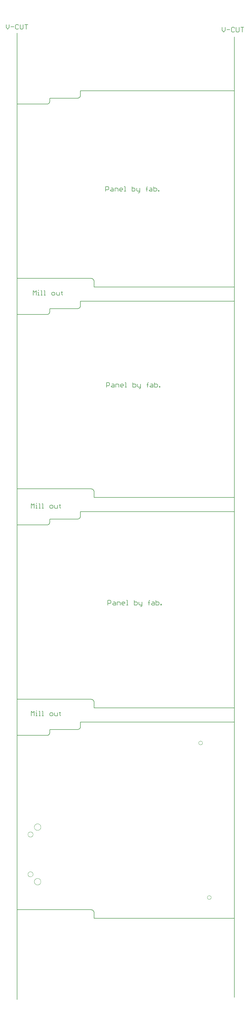
<source format=gko>
G75*
%MOIN*%
%OFA0B0*%
%FSLAX25Y25*%
%IPPOS*%
%LPD*%
%AMOC8*
5,1,8,0,0,1.08239X$1,22.5*
%
%ADD10C,0.00600*%
%ADD11C,0.00787*%
%ADD12C,0.00500*%
%ADD13C,0.00000*%
D10*
X0069607Y0393820D02*
X0069607Y0400225D01*
X0071742Y0398090D01*
X0073877Y0400225D01*
X0073877Y0393820D01*
X0076053Y0393820D02*
X0078188Y0393820D01*
X0077120Y0393820D02*
X0077120Y0398090D01*
X0076053Y0398090D01*
X0077120Y0400225D02*
X0077120Y0401293D01*
X0080350Y0400225D02*
X0081417Y0400225D01*
X0081417Y0393820D01*
X0080350Y0393820D02*
X0082485Y0393820D01*
X0084647Y0393820D02*
X0086782Y0393820D01*
X0085714Y0393820D02*
X0085714Y0400225D01*
X0084647Y0400225D01*
X0095389Y0397022D02*
X0095389Y0394887D01*
X0096457Y0393820D01*
X0098592Y0393820D01*
X0099659Y0394887D01*
X0099659Y0397022D01*
X0098592Y0398090D01*
X0096457Y0398090D01*
X0095389Y0397022D01*
X0101835Y0398090D02*
X0101835Y0394887D01*
X0102902Y0393820D01*
X0106105Y0393820D01*
X0106105Y0398090D01*
X0108280Y0398090D02*
X0110415Y0398090D01*
X0109348Y0399158D02*
X0109348Y0394887D01*
X0110415Y0393820D01*
X0175906Y0547363D02*
X0175906Y0553768D01*
X0179109Y0553768D01*
X0180177Y0552701D01*
X0180177Y0550566D01*
X0179109Y0549498D01*
X0175906Y0549498D01*
X0182352Y0548431D02*
X0183419Y0549498D01*
X0186622Y0549498D01*
X0186622Y0550566D02*
X0186622Y0547363D01*
X0183419Y0547363D01*
X0182352Y0548431D01*
X0183419Y0551633D02*
X0185555Y0551633D01*
X0186622Y0550566D01*
X0188797Y0551633D02*
X0192000Y0551633D01*
X0193068Y0550566D01*
X0193068Y0547363D01*
X0195243Y0548431D02*
X0195243Y0550566D01*
X0196310Y0551633D01*
X0198446Y0551633D01*
X0199513Y0550566D01*
X0199513Y0549498D01*
X0195243Y0549498D01*
X0195243Y0548431D02*
X0196310Y0547363D01*
X0198446Y0547363D01*
X0201688Y0547363D02*
X0203823Y0547363D01*
X0202756Y0547363D02*
X0202756Y0553768D01*
X0201688Y0553768D01*
X0212431Y0553768D02*
X0212431Y0547363D01*
X0215634Y0547363D01*
X0216701Y0548431D01*
X0216701Y0550566D01*
X0215634Y0551633D01*
X0212431Y0551633D01*
X0218876Y0551633D02*
X0218876Y0548431D01*
X0219944Y0547363D01*
X0223147Y0547363D01*
X0223147Y0546295D02*
X0222079Y0545228D01*
X0221011Y0545228D01*
X0223147Y0546295D02*
X0223147Y0551633D01*
X0231767Y0550566D02*
X0233902Y0550566D01*
X0232835Y0552701D02*
X0233902Y0553768D01*
X0232835Y0552701D02*
X0232835Y0547363D01*
X0236064Y0548431D02*
X0237132Y0549498D01*
X0240335Y0549498D01*
X0240335Y0550566D02*
X0240335Y0547363D01*
X0237132Y0547363D01*
X0236064Y0548431D01*
X0237132Y0551633D02*
X0239267Y0551633D01*
X0240335Y0550566D01*
X0242510Y0551633D02*
X0245712Y0551633D01*
X0246780Y0550566D01*
X0246780Y0548431D01*
X0245712Y0547363D01*
X0242510Y0547363D01*
X0242510Y0553768D01*
X0248955Y0548431D02*
X0250023Y0548431D01*
X0250023Y0547363D01*
X0248955Y0547363D01*
X0248955Y0548431D01*
X0188797Y0547363D02*
X0188797Y0551633D01*
X0110415Y0681221D02*
X0109348Y0682289D01*
X0109348Y0686559D01*
X0110415Y0685492D02*
X0108280Y0685492D01*
X0106105Y0685492D02*
X0106105Y0681221D01*
X0102902Y0681221D01*
X0101835Y0682289D01*
X0101835Y0685492D01*
X0099659Y0684424D02*
X0098592Y0685492D01*
X0096457Y0685492D01*
X0095389Y0684424D01*
X0095389Y0682289D01*
X0096457Y0681221D01*
X0098592Y0681221D01*
X0099659Y0682289D01*
X0099659Y0684424D01*
X0086782Y0681221D02*
X0084647Y0681221D01*
X0085714Y0681221D02*
X0085714Y0687627D01*
X0084647Y0687627D01*
X0081417Y0687627D02*
X0081417Y0681221D01*
X0080350Y0681221D02*
X0082485Y0681221D01*
X0078188Y0681221D02*
X0076053Y0681221D01*
X0077120Y0681221D02*
X0077120Y0685492D01*
X0076053Y0685492D01*
X0077120Y0687627D02*
X0077120Y0688694D01*
X0080350Y0687627D02*
X0081417Y0687627D01*
X0073877Y0687627D02*
X0073877Y0681221D01*
X0069607Y0681221D02*
X0069607Y0687627D01*
X0071742Y0685492D01*
X0073877Y0687627D01*
X0173938Y0848938D02*
X0173938Y0855343D01*
X0177141Y0855343D01*
X0178208Y0854276D01*
X0178208Y0852141D01*
X0177141Y0851073D01*
X0173938Y0851073D01*
X0180383Y0850005D02*
X0181451Y0851073D01*
X0184654Y0851073D01*
X0184654Y0852141D02*
X0184654Y0848938D01*
X0181451Y0848938D01*
X0180383Y0850005D01*
X0181451Y0853208D02*
X0183586Y0853208D01*
X0184654Y0852141D01*
X0186829Y0853208D02*
X0190032Y0853208D01*
X0191099Y0852141D01*
X0191099Y0848938D01*
X0193274Y0850005D02*
X0193274Y0852141D01*
X0194342Y0853208D01*
X0196477Y0853208D01*
X0197545Y0852141D01*
X0197545Y0851073D01*
X0193274Y0851073D01*
X0193274Y0850005D02*
X0194342Y0848938D01*
X0196477Y0848938D01*
X0199720Y0848938D02*
X0201855Y0848938D01*
X0200787Y0848938D02*
X0200787Y0855343D01*
X0199720Y0855343D01*
X0210462Y0855343D02*
X0210462Y0848938D01*
X0213665Y0848938D01*
X0214733Y0850005D01*
X0214733Y0852141D01*
X0213665Y0853208D01*
X0210462Y0853208D01*
X0216908Y0853208D02*
X0216908Y0850005D01*
X0217975Y0848938D01*
X0221178Y0848938D01*
X0221178Y0847870D02*
X0220111Y0846803D01*
X0219043Y0846803D01*
X0221178Y0847870D02*
X0221178Y0853208D01*
X0229799Y0852141D02*
X0231934Y0852141D01*
X0230866Y0854276D02*
X0231934Y0855343D01*
X0230866Y0854276D02*
X0230866Y0848938D01*
X0234096Y0850005D02*
X0235163Y0851073D01*
X0238366Y0851073D01*
X0238366Y0852141D02*
X0238366Y0848938D01*
X0235163Y0848938D01*
X0234096Y0850005D01*
X0235163Y0853208D02*
X0237298Y0853208D01*
X0238366Y0852141D01*
X0240541Y0853208D02*
X0243744Y0853208D01*
X0244812Y0852141D01*
X0244812Y0850005D01*
X0243744Y0848938D01*
X0240541Y0848938D01*
X0240541Y0855343D01*
X0246987Y0850005D02*
X0248054Y0850005D01*
X0248054Y0848938D01*
X0246987Y0848938D01*
X0246987Y0850005D01*
X0186829Y0848938D02*
X0186829Y0853208D01*
X0113171Y0976103D02*
X0112104Y0977171D01*
X0112104Y0981441D01*
X0113171Y0980373D02*
X0111036Y0980373D01*
X0108861Y0980373D02*
X0108861Y0976103D01*
X0105658Y0976103D01*
X0104590Y0977171D01*
X0104590Y0980373D01*
X0102415Y0979306D02*
X0101348Y0980373D01*
X0099213Y0980373D01*
X0098145Y0979306D01*
X0098145Y0977171D01*
X0099213Y0976103D01*
X0101348Y0976103D01*
X0102415Y0977171D01*
X0102415Y0979306D01*
X0089538Y0976103D02*
X0087402Y0976103D01*
X0088470Y0976103D02*
X0088470Y0982509D01*
X0087402Y0982509D01*
X0084173Y0982509D02*
X0084173Y0976103D01*
X0083105Y0976103D02*
X0085241Y0976103D01*
X0080944Y0976103D02*
X0078808Y0976103D01*
X0079876Y0976103D02*
X0079876Y0980373D01*
X0078808Y0980373D01*
X0079876Y0982509D02*
X0079876Y0983576D01*
X0083105Y0982509D02*
X0084173Y0982509D01*
X0076633Y0982509D02*
X0076633Y0976103D01*
X0072363Y0976103D02*
X0072363Y0982509D01*
X0074498Y0980373D01*
X0076633Y0982509D01*
X0172757Y1120198D02*
X0172757Y1126603D01*
X0175959Y1126603D01*
X0177027Y1125536D01*
X0177027Y1123400D01*
X0175959Y1122333D01*
X0172757Y1122333D01*
X0179202Y1121265D02*
X0180270Y1122333D01*
X0183473Y1122333D01*
X0183473Y1123400D02*
X0183473Y1120198D01*
X0180270Y1120198D01*
X0179202Y1121265D01*
X0180270Y1124468D02*
X0182405Y1124468D01*
X0183473Y1123400D01*
X0185648Y1124468D02*
X0188850Y1124468D01*
X0189918Y1123400D01*
X0189918Y1120198D01*
X0192093Y1121265D02*
X0192093Y1123400D01*
X0193161Y1124468D01*
X0195296Y1124468D01*
X0196363Y1123400D01*
X0196363Y1122333D01*
X0192093Y1122333D01*
X0192093Y1121265D02*
X0193161Y1120198D01*
X0195296Y1120198D01*
X0198539Y1120198D02*
X0200674Y1120198D01*
X0199606Y1120198D02*
X0199606Y1126603D01*
X0198539Y1126603D01*
X0209281Y1126603D02*
X0209281Y1120198D01*
X0212484Y1120198D01*
X0213551Y1121265D01*
X0213551Y1123400D01*
X0212484Y1124468D01*
X0209281Y1124468D01*
X0215727Y1124468D02*
X0215727Y1121265D01*
X0216794Y1120198D01*
X0219997Y1120198D01*
X0219997Y1119130D02*
X0218929Y1118062D01*
X0217862Y1118062D01*
X0219997Y1119130D02*
X0219997Y1124468D01*
X0228618Y1123400D02*
X0230753Y1123400D01*
X0229685Y1125536D02*
X0229685Y1120198D01*
X0232915Y1121265D02*
X0233982Y1122333D01*
X0237185Y1122333D01*
X0237185Y1123400D02*
X0237185Y1120198D01*
X0233982Y1120198D01*
X0232915Y1121265D01*
X0233982Y1124468D02*
X0236117Y1124468D01*
X0237185Y1123400D01*
X0239360Y1124468D02*
X0242563Y1124468D01*
X0243630Y1123400D01*
X0243630Y1121265D01*
X0242563Y1120198D01*
X0239360Y1120198D01*
X0239360Y1126603D01*
X0245806Y1121265D02*
X0246873Y1121265D01*
X0246873Y1120198D01*
X0245806Y1120198D01*
X0245806Y1121265D01*
X0230753Y1126603D02*
X0229685Y1125536D01*
X0185648Y1124468D02*
X0185648Y1120198D01*
X0062879Y1344607D02*
X0062879Y1351013D01*
X0065014Y1351013D02*
X0060743Y1351013D01*
X0058568Y1351013D02*
X0058568Y1345675D01*
X0057501Y1344607D01*
X0055365Y1344607D01*
X0054298Y1345675D01*
X0054298Y1351013D01*
X0052123Y1349945D02*
X0051055Y1351013D01*
X0048920Y1351013D01*
X0047852Y1349945D01*
X0047852Y1345675D01*
X0048920Y1344607D01*
X0051055Y1344607D01*
X0052123Y1345675D01*
X0045677Y1347810D02*
X0041407Y1347810D01*
X0039232Y1346742D02*
X0039232Y1351013D01*
X0034961Y1351013D02*
X0034961Y1346742D01*
X0037097Y1344607D01*
X0039232Y1346742D01*
X0334174Y1347076D02*
X0334174Y1342805D01*
X0336309Y1340670D01*
X0338444Y1342805D01*
X0338444Y1347076D01*
X0340620Y1343873D02*
X0344890Y1343873D01*
X0347065Y1346008D02*
X0347065Y1341738D01*
X0348133Y1340670D01*
X0350268Y1340670D01*
X0351335Y1341738D01*
X0353511Y1341738D02*
X0354578Y1340670D01*
X0356713Y1340670D01*
X0357781Y1341738D01*
X0357781Y1347076D01*
X0359956Y1347076D02*
X0364226Y1347076D01*
X0362091Y1347076D02*
X0362091Y1340670D01*
X0353511Y1341738D02*
X0353511Y1347076D01*
X0351335Y1346008D02*
X0350268Y1347076D01*
X0348133Y1347076D01*
X0347065Y1346008D01*
D11*
X0050016Y1339189D02*
X0050016Y0001394D01*
X0351197Y0004150D02*
X0351197Y1334071D01*
D12*
X0351197Y1259268D02*
X0137811Y1259268D01*
X0137811Y1252969D01*
X0137809Y1252845D01*
X0137803Y1252722D01*
X0137794Y1252598D01*
X0137780Y1252476D01*
X0137763Y1252353D01*
X0137741Y1252231D01*
X0137716Y1252110D01*
X0137687Y1251990D01*
X0137655Y1251871D01*
X0137618Y1251752D01*
X0137578Y1251635D01*
X0137535Y1251520D01*
X0137487Y1251405D01*
X0137436Y1251293D01*
X0137382Y1251182D01*
X0137324Y1251072D01*
X0137263Y1250965D01*
X0137198Y1250859D01*
X0137130Y1250756D01*
X0137059Y1250655D01*
X0136985Y1250556D01*
X0136908Y1250459D01*
X0136827Y1250365D01*
X0136744Y1250274D01*
X0136658Y1250185D01*
X0136569Y1250099D01*
X0136478Y1250016D01*
X0136384Y1249935D01*
X0136287Y1249858D01*
X0136188Y1249784D01*
X0136087Y1249713D01*
X0135984Y1249645D01*
X0135878Y1249580D01*
X0135771Y1249519D01*
X0135661Y1249461D01*
X0135550Y1249407D01*
X0135438Y1249356D01*
X0135323Y1249308D01*
X0135208Y1249265D01*
X0135091Y1249225D01*
X0134972Y1249188D01*
X0134853Y1249156D01*
X0134733Y1249127D01*
X0134612Y1249102D01*
X0134490Y1249080D01*
X0134367Y1249063D01*
X0134245Y1249049D01*
X0134121Y1249040D01*
X0133998Y1249034D01*
X0133874Y1249032D01*
X0133874Y1249031D02*
X0095291Y1249031D01*
X0095291Y1244701D01*
X0095289Y1244577D01*
X0095283Y1244454D01*
X0095274Y1244330D01*
X0095260Y1244208D01*
X0095243Y1244085D01*
X0095221Y1243963D01*
X0095196Y1243842D01*
X0095167Y1243722D01*
X0095135Y1243603D01*
X0095098Y1243484D01*
X0095058Y1243367D01*
X0095015Y1243252D01*
X0094967Y1243137D01*
X0094916Y1243025D01*
X0094862Y1242914D01*
X0094804Y1242804D01*
X0094743Y1242697D01*
X0094678Y1242591D01*
X0094610Y1242488D01*
X0094539Y1242387D01*
X0094465Y1242288D01*
X0094388Y1242191D01*
X0094307Y1242097D01*
X0094224Y1242006D01*
X0094138Y1241917D01*
X0094049Y1241831D01*
X0093958Y1241748D01*
X0093864Y1241667D01*
X0093767Y1241590D01*
X0093668Y1241516D01*
X0093567Y1241445D01*
X0093464Y1241377D01*
X0093358Y1241312D01*
X0093251Y1241251D01*
X0093141Y1241193D01*
X0093030Y1241139D01*
X0092918Y1241088D01*
X0092803Y1241040D01*
X0092688Y1240997D01*
X0092571Y1240957D01*
X0092452Y1240920D01*
X0092333Y1240888D01*
X0092213Y1240859D01*
X0092092Y1240834D01*
X0091970Y1240812D01*
X0091847Y1240795D01*
X0091725Y1240781D01*
X0091601Y1240772D01*
X0091478Y1240766D01*
X0091354Y1240764D01*
X0050016Y1240764D01*
X0050016Y0999425D01*
X0152772Y0999425D01*
X0152896Y0999423D01*
X0153019Y0999417D01*
X0153143Y0999408D01*
X0153265Y0999394D01*
X0153388Y0999377D01*
X0153510Y0999355D01*
X0153631Y0999330D01*
X0153751Y0999301D01*
X0153870Y0999269D01*
X0153989Y0999232D01*
X0154106Y0999192D01*
X0154221Y0999149D01*
X0154336Y0999101D01*
X0154448Y0999050D01*
X0154559Y0998996D01*
X0154669Y0998938D01*
X0154776Y0998877D01*
X0154882Y0998812D01*
X0154985Y0998744D01*
X0155086Y0998673D01*
X0155185Y0998599D01*
X0155282Y0998522D01*
X0155376Y0998441D01*
X0155467Y0998358D01*
X0155556Y0998272D01*
X0155642Y0998183D01*
X0155725Y0998092D01*
X0155806Y0997998D01*
X0155883Y0997901D01*
X0155957Y0997802D01*
X0156028Y0997701D01*
X0156096Y0997598D01*
X0156161Y0997492D01*
X0156222Y0997385D01*
X0156280Y0997275D01*
X0156334Y0997164D01*
X0156385Y0997052D01*
X0156433Y0996937D01*
X0156476Y0996822D01*
X0156516Y0996705D01*
X0156553Y0996586D01*
X0156585Y0996467D01*
X0156614Y0996347D01*
X0156639Y0996226D01*
X0156661Y0996104D01*
X0156678Y0995981D01*
X0156692Y0995859D01*
X0156701Y0995735D01*
X0156707Y0995612D01*
X0156709Y0995488D01*
X0156709Y0987614D01*
X0351197Y0987614D01*
X0351197Y1259268D01*
X0351197Y0967929D02*
X0137811Y0967929D01*
X0137811Y0961630D01*
X0137809Y0961506D01*
X0137803Y0961383D01*
X0137794Y0961259D01*
X0137780Y0961137D01*
X0137763Y0961014D01*
X0137741Y0960892D01*
X0137716Y0960771D01*
X0137687Y0960651D01*
X0137655Y0960532D01*
X0137618Y0960413D01*
X0137578Y0960296D01*
X0137535Y0960181D01*
X0137487Y0960066D01*
X0137436Y0959954D01*
X0137382Y0959843D01*
X0137324Y0959733D01*
X0137263Y0959626D01*
X0137198Y0959520D01*
X0137130Y0959417D01*
X0137059Y0959316D01*
X0136985Y0959217D01*
X0136908Y0959120D01*
X0136827Y0959026D01*
X0136744Y0958935D01*
X0136658Y0958846D01*
X0136569Y0958760D01*
X0136478Y0958677D01*
X0136384Y0958596D01*
X0136287Y0958519D01*
X0136188Y0958445D01*
X0136087Y0958374D01*
X0135984Y0958306D01*
X0135878Y0958241D01*
X0135771Y0958180D01*
X0135661Y0958122D01*
X0135550Y0958068D01*
X0135438Y0958017D01*
X0135323Y0957969D01*
X0135208Y0957926D01*
X0135091Y0957886D01*
X0134972Y0957849D01*
X0134853Y0957817D01*
X0134733Y0957788D01*
X0134612Y0957763D01*
X0134490Y0957741D01*
X0134367Y0957724D01*
X0134245Y0957710D01*
X0134121Y0957701D01*
X0133998Y0957695D01*
X0133874Y0957693D01*
X0095291Y0957693D01*
X0095291Y0953362D01*
X0095289Y0953238D01*
X0095283Y0953115D01*
X0095274Y0952991D01*
X0095260Y0952869D01*
X0095243Y0952746D01*
X0095221Y0952624D01*
X0095196Y0952503D01*
X0095167Y0952383D01*
X0095135Y0952264D01*
X0095098Y0952145D01*
X0095058Y0952028D01*
X0095015Y0951913D01*
X0094967Y0951798D01*
X0094916Y0951686D01*
X0094862Y0951575D01*
X0094804Y0951465D01*
X0094743Y0951358D01*
X0094678Y0951252D01*
X0094610Y0951149D01*
X0094539Y0951048D01*
X0094465Y0950949D01*
X0094388Y0950852D01*
X0094307Y0950758D01*
X0094224Y0950667D01*
X0094138Y0950578D01*
X0094049Y0950492D01*
X0093958Y0950409D01*
X0093864Y0950328D01*
X0093767Y0950251D01*
X0093668Y0950177D01*
X0093567Y0950106D01*
X0093464Y0950038D01*
X0093358Y0949973D01*
X0093251Y0949912D01*
X0093141Y0949854D01*
X0093030Y0949800D01*
X0092918Y0949749D01*
X0092803Y0949701D01*
X0092688Y0949658D01*
X0092571Y0949618D01*
X0092452Y0949581D01*
X0092333Y0949549D01*
X0092213Y0949520D01*
X0092092Y0949495D01*
X0091970Y0949473D01*
X0091847Y0949456D01*
X0091725Y0949442D01*
X0091601Y0949433D01*
X0091478Y0949427D01*
X0091354Y0949425D01*
X0050016Y0949425D01*
X0050016Y0708087D01*
X0152772Y0708087D01*
X0152896Y0708085D01*
X0153019Y0708079D01*
X0153143Y0708070D01*
X0153265Y0708056D01*
X0153388Y0708039D01*
X0153510Y0708017D01*
X0153631Y0707992D01*
X0153751Y0707963D01*
X0153870Y0707931D01*
X0153989Y0707894D01*
X0154106Y0707854D01*
X0154221Y0707811D01*
X0154336Y0707763D01*
X0154448Y0707712D01*
X0154559Y0707658D01*
X0154669Y0707600D01*
X0154776Y0707539D01*
X0154882Y0707474D01*
X0154985Y0707406D01*
X0155086Y0707335D01*
X0155185Y0707261D01*
X0155282Y0707184D01*
X0155376Y0707103D01*
X0155467Y0707020D01*
X0155556Y0706934D01*
X0155642Y0706845D01*
X0155725Y0706754D01*
X0155806Y0706660D01*
X0155883Y0706563D01*
X0155957Y0706464D01*
X0156028Y0706363D01*
X0156096Y0706260D01*
X0156161Y0706154D01*
X0156222Y0706047D01*
X0156280Y0705937D01*
X0156334Y0705826D01*
X0156385Y0705714D01*
X0156433Y0705599D01*
X0156476Y0705484D01*
X0156516Y0705367D01*
X0156553Y0705248D01*
X0156585Y0705129D01*
X0156614Y0705009D01*
X0156639Y0704888D01*
X0156661Y0704766D01*
X0156678Y0704643D01*
X0156692Y0704521D01*
X0156701Y0704397D01*
X0156707Y0704274D01*
X0156709Y0704150D01*
X0156709Y0696276D01*
X0351197Y0696276D01*
X0351197Y0967929D01*
X0351197Y0676591D02*
X0137811Y0676591D01*
X0137811Y0670291D01*
X0137809Y0670167D01*
X0137803Y0670044D01*
X0137794Y0669920D01*
X0137780Y0669798D01*
X0137763Y0669675D01*
X0137741Y0669553D01*
X0137716Y0669432D01*
X0137687Y0669312D01*
X0137655Y0669193D01*
X0137618Y0669074D01*
X0137578Y0668957D01*
X0137535Y0668842D01*
X0137487Y0668727D01*
X0137436Y0668615D01*
X0137382Y0668504D01*
X0137324Y0668394D01*
X0137263Y0668287D01*
X0137198Y0668181D01*
X0137130Y0668078D01*
X0137059Y0667977D01*
X0136985Y0667878D01*
X0136908Y0667781D01*
X0136827Y0667687D01*
X0136744Y0667596D01*
X0136658Y0667507D01*
X0136569Y0667421D01*
X0136478Y0667338D01*
X0136384Y0667257D01*
X0136287Y0667180D01*
X0136188Y0667106D01*
X0136087Y0667035D01*
X0135984Y0666967D01*
X0135878Y0666902D01*
X0135771Y0666841D01*
X0135661Y0666783D01*
X0135550Y0666729D01*
X0135438Y0666678D01*
X0135323Y0666630D01*
X0135208Y0666587D01*
X0135091Y0666547D01*
X0134972Y0666510D01*
X0134853Y0666478D01*
X0134733Y0666449D01*
X0134612Y0666424D01*
X0134490Y0666402D01*
X0134367Y0666385D01*
X0134245Y0666371D01*
X0134121Y0666362D01*
X0133998Y0666356D01*
X0133874Y0666354D01*
X0095291Y0666354D01*
X0095291Y0662024D01*
X0095289Y0661900D01*
X0095283Y0661777D01*
X0095274Y0661653D01*
X0095260Y0661531D01*
X0095243Y0661408D01*
X0095221Y0661286D01*
X0095196Y0661165D01*
X0095167Y0661045D01*
X0095135Y0660926D01*
X0095098Y0660807D01*
X0095058Y0660690D01*
X0095015Y0660575D01*
X0094967Y0660460D01*
X0094916Y0660348D01*
X0094862Y0660237D01*
X0094804Y0660127D01*
X0094743Y0660020D01*
X0094678Y0659914D01*
X0094610Y0659811D01*
X0094539Y0659710D01*
X0094465Y0659611D01*
X0094388Y0659514D01*
X0094307Y0659420D01*
X0094224Y0659329D01*
X0094138Y0659240D01*
X0094049Y0659154D01*
X0093958Y0659071D01*
X0093864Y0658990D01*
X0093767Y0658913D01*
X0093668Y0658839D01*
X0093567Y0658768D01*
X0093464Y0658700D01*
X0093358Y0658635D01*
X0093251Y0658574D01*
X0093141Y0658516D01*
X0093030Y0658462D01*
X0092918Y0658411D01*
X0092803Y0658363D01*
X0092688Y0658320D01*
X0092571Y0658280D01*
X0092452Y0658243D01*
X0092333Y0658211D01*
X0092213Y0658182D01*
X0092092Y0658157D01*
X0091970Y0658135D01*
X0091847Y0658118D01*
X0091725Y0658104D01*
X0091601Y0658095D01*
X0091478Y0658089D01*
X0091354Y0658087D01*
X0050016Y0658087D01*
X0050016Y0416748D01*
X0152772Y0416748D01*
X0152896Y0416746D01*
X0153019Y0416740D01*
X0153143Y0416731D01*
X0153265Y0416717D01*
X0153388Y0416700D01*
X0153510Y0416678D01*
X0153631Y0416653D01*
X0153751Y0416624D01*
X0153870Y0416592D01*
X0153989Y0416555D01*
X0154106Y0416515D01*
X0154221Y0416472D01*
X0154336Y0416424D01*
X0154448Y0416373D01*
X0154559Y0416319D01*
X0154669Y0416261D01*
X0154776Y0416200D01*
X0154882Y0416135D01*
X0154985Y0416067D01*
X0155086Y0415996D01*
X0155185Y0415922D01*
X0155282Y0415845D01*
X0155376Y0415764D01*
X0155467Y0415681D01*
X0155556Y0415595D01*
X0155642Y0415506D01*
X0155725Y0415415D01*
X0155806Y0415321D01*
X0155883Y0415224D01*
X0155957Y0415125D01*
X0156028Y0415024D01*
X0156096Y0414921D01*
X0156161Y0414815D01*
X0156222Y0414708D01*
X0156280Y0414598D01*
X0156334Y0414487D01*
X0156385Y0414375D01*
X0156433Y0414260D01*
X0156476Y0414145D01*
X0156516Y0414028D01*
X0156553Y0413909D01*
X0156585Y0413790D01*
X0156614Y0413670D01*
X0156639Y0413549D01*
X0156661Y0413427D01*
X0156678Y0413304D01*
X0156692Y0413182D01*
X0156701Y0413058D01*
X0156707Y0412935D01*
X0156709Y0412811D01*
X0156709Y0404937D01*
X0351197Y0404937D01*
X0351197Y0676591D01*
X0351197Y0385252D02*
X0137811Y0385252D01*
X0137811Y0378953D01*
X0137809Y0378829D01*
X0137803Y0378706D01*
X0137794Y0378582D01*
X0137780Y0378460D01*
X0137763Y0378337D01*
X0137741Y0378215D01*
X0137716Y0378094D01*
X0137687Y0377974D01*
X0137655Y0377855D01*
X0137618Y0377736D01*
X0137578Y0377619D01*
X0137535Y0377504D01*
X0137487Y0377389D01*
X0137436Y0377277D01*
X0137382Y0377166D01*
X0137324Y0377056D01*
X0137263Y0376949D01*
X0137198Y0376843D01*
X0137130Y0376740D01*
X0137059Y0376639D01*
X0136985Y0376540D01*
X0136908Y0376443D01*
X0136827Y0376349D01*
X0136744Y0376258D01*
X0136658Y0376169D01*
X0136569Y0376083D01*
X0136478Y0376000D01*
X0136384Y0375919D01*
X0136287Y0375842D01*
X0136188Y0375768D01*
X0136087Y0375697D01*
X0135984Y0375629D01*
X0135878Y0375564D01*
X0135771Y0375503D01*
X0135661Y0375445D01*
X0135550Y0375391D01*
X0135438Y0375340D01*
X0135323Y0375292D01*
X0135208Y0375249D01*
X0135091Y0375209D01*
X0134972Y0375172D01*
X0134853Y0375140D01*
X0134733Y0375111D01*
X0134612Y0375086D01*
X0134490Y0375064D01*
X0134367Y0375047D01*
X0134245Y0375033D01*
X0134121Y0375024D01*
X0133998Y0375018D01*
X0133874Y0375016D01*
X0095291Y0375016D01*
X0095291Y0370685D01*
X0095289Y0370561D01*
X0095283Y0370438D01*
X0095274Y0370314D01*
X0095260Y0370192D01*
X0095243Y0370069D01*
X0095221Y0369947D01*
X0095196Y0369826D01*
X0095167Y0369706D01*
X0095135Y0369587D01*
X0095098Y0369468D01*
X0095058Y0369351D01*
X0095015Y0369236D01*
X0094967Y0369121D01*
X0094916Y0369009D01*
X0094862Y0368898D01*
X0094804Y0368788D01*
X0094743Y0368681D01*
X0094678Y0368575D01*
X0094610Y0368472D01*
X0094539Y0368371D01*
X0094465Y0368272D01*
X0094388Y0368175D01*
X0094307Y0368081D01*
X0094224Y0367990D01*
X0094138Y0367901D01*
X0094049Y0367815D01*
X0093958Y0367732D01*
X0093864Y0367651D01*
X0093767Y0367574D01*
X0093668Y0367500D01*
X0093567Y0367429D01*
X0093464Y0367361D01*
X0093358Y0367296D01*
X0093251Y0367235D01*
X0093141Y0367177D01*
X0093030Y0367123D01*
X0092918Y0367072D01*
X0092803Y0367024D01*
X0092688Y0366981D01*
X0092571Y0366941D01*
X0092452Y0366904D01*
X0092333Y0366872D01*
X0092213Y0366843D01*
X0092092Y0366818D01*
X0091970Y0366796D01*
X0091847Y0366779D01*
X0091725Y0366765D01*
X0091601Y0366756D01*
X0091478Y0366750D01*
X0091354Y0366748D01*
X0050016Y0366748D01*
X0050016Y0125409D01*
X0152772Y0125409D01*
X0152896Y0125407D01*
X0153019Y0125401D01*
X0153143Y0125392D01*
X0153265Y0125378D01*
X0153388Y0125361D01*
X0153510Y0125339D01*
X0153631Y0125314D01*
X0153751Y0125285D01*
X0153870Y0125253D01*
X0153989Y0125216D01*
X0154106Y0125176D01*
X0154221Y0125133D01*
X0154336Y0125085D01*
X0154448Y0125034D01*
X0154559Y0124980D01*
X0154669Y0124922D01*
X0154776Y0124861D01*
X0154882Y0124796D01*
X0154985Y0124728D01*
X0155086Y0124657D01*
X0155185Y0124583D01*
X0155282Y0124506D01*
X0155376Y0124425D01*
X0155467Y0124342D01*
X0155556Y0124256D01*
X0155642Y0124167D01*
X0155725Y0124076D01*
X0155806Y0123982D01*
X0155883Y0123885D01*
X0155957Y0123786D01*
X0156028Y0123685D01*
X0156096Y0123582D01*
X0156161Y0123476D01*
X0156222Y0123369D01*
X0156280Y0123259D01*
X0156334Y0123148D01*
X0156385Y0123036D01*
X0156433Y0122921D01*
X0156476Y0122806D01*
X0156516Y0122689D01*
X0156553Y0122570D01*
X0156585Y0122451D01*
X0156614Y0122331D01*
X0156639Y0122210D01*
X0156661Y0122088D01*
X0156678Y0121965D01*
X0156692Y0121843D01*
X0156701Y0121719D01*
X0156707Y0121596D01*
X0156709Y0121472D01*
X0156709Y0113598D01*
X0351197Y0113598D01*
X0351197Y0385252D01*
D13*
X0301550Y0356475D02*
X0301552Y0356576D01*
X0301558Y0356678D01*
X0301568Y0356779D01*
X0301582Y0356879D01*
X0301599Y0356979D01*
X0301621Y0357078D01*
X0301646Y0357176D01*
X0301676Y0357274D01*
X0301709Y0357370D01*
X0301745Y0357464D01*
X0301786Y0357557D01*
X0301830Y0357649D01*
X0301877Y0357738D01*
X0301929Y0357826D01*
X0301983Y0357912D01*
X0302041Y0357995D01*
X0302102Y0358076D01*
X0302166Y0358155D01*
X0302233Y0358231D01*
X0302303Y0358304D01*
X0302375Y0358375D01*
X0302451Y0358443D01*
X0302529Y0358508D01*
X0302609Y0358569D01*
X0302692Y0358628D01*
X0302777Y0358683D01*
X0302865Y0358735D01*
X0302954Y0358784D01*
X0303045Y0358828D01*
X0303137Y0358870D01*
X0303232Y0358907D01*
X0303327Y0358941D01*
X0303424Y0358972D01*
X0303522Y0358998D01*
X0303621Y0359021D01*
X0303721Y0359039D01*
X0303821Y0359054D01*
X0303922Y0359065D01*
X0304023Y0359072D01*
X0304125Y0359075D01*
X0304226Y0359074D01*
X0304327Y0359069D01*
X0304429Y0359060D01*
X0304529Y0359047D01*
X0304629Y0359030D01*
X0304729Y0359010D01*
X0304827Y0358985D01*
X0304924Y0358957D01*
X0305021Y0358925D01*
X0305116Y0358889D01*
X0305209Y0358850D01*
X0305301Y0358806D01*
X0305391Y0358760D01*
X0305479Y0358710D01*
X0305565Y0358656D01*
X0305649Y0358599D01*
X0305731Y0358539D01*
X0305810Y0358476D01*
X0305887Y0358409D01*
X0305961Y0358340D01*
X0306033Y0358268D01*
X0306101Y0358193D01*
X0306167Y0358116D01*
X0306229Y0358036D01*
X0306289Y0357954D01*
X0306345Y0357869D01*
X0306397Y0357782D01*
X0306447Y0357694D01*
X0306493Y0357603D01*
X0306535Y0357511D01*
X0306573Y0357417D01*
X0306608Y0357322D01*
X0306639Y0357225D01*
X0306667Y0357127D01*
X0306690Y0357029D01*
X0306710Y0356929D01*
X0306726Y0356829D01*
X0306738Y0356728D01*
X0306746Y0356627D01*
X0306750Y0356526D01*
X0306750Y0356424D01*
X0306746Y0356323D01*
X0306738Y0356222D01*
X0306726Y0356121D01*
X0306710Y0356021D01*
X0306690Y0355921D01*
X0306667Y0355823D01*
X0306639Y0355725D01*
X0306608Y0355628D01*
X0306573Y0355533D01*
X0306535Y0355439D01*
X0306493Y0355347D01*
X0306447Y0355256D01*
X0306397Y0355168D01*
X0306345Y0355081D01*
X0306289Y0354996D01*
X0306229Y0354914D01*
X0306167Y0354834D01*
X0306101Y0354757D01*
X0306033Y0354682D01*
X0305961Y0354610D01*
X0305887Y0354541D01*
X0305810Y0354474D01*
X0305731Y0354411D01*
X0305649Y0354351D01*
X0305565Y0354294D01*
X0305479Y0354240D01*
X0305391Y0354190D01*
X0305301Y0354144D01*
X0305209Y0354100D01*
X0305116Y0354061D01*
X0305021Y0354025D01*
X0304924Y0353993D01*
X0304827Y0353965D01*
X0304729Y0353940D01*
X0304629Y0353920D01*
X0304529Y0353903D01*
X0304429Y0353890D01*
X0304327Y0353881D01*
X0304226Y0353876D01*
X0304125Y0353875D01*
X0304023Y0353878D01*
X0303922Y0353885D01*
X0303821Y0353896D01*
X0303721Y0353911D01*
X0303621Y0353929D01*
X0303522Y0353952D01*
X0303424Y0353978D01*
X0303327Y0354009D01*
X0303232Y0354043D01*
X0303137Y0354080D01*
X0303045Y0354122D01*
X0302954Y0354166D01*
X0302865Y0354215D01*
X0302777Y0354267D01*
X0302692Y0354322D01*
X0302609Y0354381D01*
X0302529Y0354442D01*
X0302451Y0354507D01*
X0302375Y0354575D01*
X0302303Y0354646D01*
X0302233Y0354719D01*
X0302166Y0354795D01*
X0302102Y0354874D01*
X0302041Y0354955D01*
X0301983Y0355038D01*
X0301929Y0355124D01*
X0301877Y0355212D01*
X0301830Y0355301D01*
X0301786Y0355393D01*
X0301745Y0355486D01*
X0301709Y0355580D01*
X0301676Y0355676D01*
X0301646Y0355774D01*
X0301621Y0355872D01*
X0301599Y0355971D01*
X0301582Y0356071D01*
X0301568Y0356171D01*
X0301558Y0356272D01*
X0301552Y0356374D01*
X0301550Y0356475D01*
X0313557Y0142475D02*
X0313559Y0142576D01*
X0313565Y0142678D01*
X0313575Y0142779D01*
X0313589Y0142879D01*
X0313606Y0142979D01*
X0313628Y0143078D01*
X0313653Y0143176D01*
X0313683Y0143274D01*
X0313716Y0143370D01*
X0313752Y0143464D01*
X0313793Y0143557D01*
X0313837Y0143649D01*
X0313884Y0143738D01*
X0313936Y0143826D01*
X0313990Y0143912D01*
X0314048Y0143995D01*
X0314109Y0144076D01*
X0314173Y0144155D01*
X0314240Y0144231D01*
X0314310Y0144304D01*
X0314382Y0144375D01*
X0314458Y0144443D01*
X0314536Y0144508D01*
X0314616Y0144569D01*
X0314699Y0144628D01*
X0314784Y0144683D01*
X0314872Y0144735D01*
X0314961Y0144784D01*
X0315052Y0144828D01*
X0315144Y0144870D01*
X0315239Y0144907D01*
X0315334Y0144941D01*
X0315431Y0144972D01*
X0315529Y0144998D01*
X0315628Y0145021D01*
X0315728Y0145039D01*
X0315828Y0145054D01*
X0315929Y0145065D01*
X0316030Y0145072D01*
X0316132Y0145075D01*
X0316233Y0145074D01*
X0316334Y0145069D01*
X0316436Y0145060D01*
X0316536Y0145047D01*
X0316636Y0145030D01*
X0316736Y0145010D01*
X0316834Y0144985D01*
X0316931Y0144957D01*
X0317028Y0144925D01*
X0317123Y0144889D01*
X0317216Y0144850D01*
X0317308Y0144806D01*
X0317398Y0144760D01*
X0317486Y0144710D01*
X0317572Y0144656D01*
X0317656Y0144599D01*
X0317738Y0144539D01*
X0317817Y0144476D01*
X0317894Y0144409D01*
X0317968Y0144340D01*
X0318040Y0144268D01*
X0318108Y0144193D01*
X0318174Y0144116D01*
X0318236Y0144036D01*
X0318296Y0143954D01*
X0318352Y0143869D01*
X0318404Y0143782D01*
X0318454Y0143694D01*
X0318500Y0143603D01*
X0318542Y0143511D01*
X0318580Y0143417D01*
X0318615Y0143322D01*
X0318646Y0143225D01*
X0318674Y0143127D01*
X0318697Y0143029D01*
X0318717Y0142929D01*
X0318733Y0142829D01*
X0318745Y0142728D01*
X0318753Y0142627D01*
X0318757Y0142526D01*
X0318757Y0142424D01*
X0318753Y0142323D01*
X0318745Y0142222D01*
X0318733Y0142121D01*
X0318717Y0142021D01*
X0318697Y0141921D01*
X0318674Y0141823D01*
X0318646Y0141725D01*
X0318615Y0141628D01*
X0318580Y0141533D01*
X0318542Y0141439D01*
X0318500Y0141347D01*
X0318454Y0141256D01*
X0318404Y0141168D01*
X0318352Y0141081D01*
X0318296Y0140996D01*
X0318236Y0140914D01*
X0318174Y0140834D01*
X0318108Y0140757D01*
X0318040Y0140682D01*
X0317968Y0140610D01*
X0317894Y0140541D01*
X0317817Y0140474D01*
X0317738Y0140411D01*
X0317656Y0140351D01*
X0317572Y0140294D01*
X0317486Y0140240D01*
X0317398Y0140190D01*
X0317308Y0140144D01*
X0317216Y0140100D01*
X0317123Y0140061D01*
X0317028Y0140025D01*
X0316931Y0139993D01*
X0316834Y0139965D01*
X0316736Y0139940D01*
X0316636Y0139920D01*
X0316536Y0139903D01*
X0316436Y0139890D01*
X0316334Y0139881D01*
X0316233Y0139876D01*
X0316132Y0139875D01*
X0316030Y0139878D01*
X0315929Y0139885D01*
X0315828Y0139896D01*
X0315728Y0139911D01*
X0315628Y0139929D01*
X0315529Y0139952D01*
X0315431Y0139978D01*
X0315334Y0140009D01*
X0315239Y0140043D01*
X0315144Y0140080D01*
X0315052Y0140122D01*
X0314961Y0140166D01*
X0314872Y0140215D01*
X0314784Y0140267D01*
X0314699Y0140322D01*
X0314616Y0140381D01*
X0314536Y0140442D01*
X0314458Y0140507D01*
X0314382Y0140575D01*
X0314310Y0140646D01*
X0314240Y0140719D01*
X0314173Y0140795D01*
X0314109Y0140874D01*
X0314048Y0140955D01*
X0313990Y0141038D01*
X0313936Y0141124D01*
X0313884Y0141212D01*
X0313837Y0141301D01*
X0313793Y0141393D01*
X0313752Y0141486D01*
X0313716Y0141580D01*
X0313683Y0141676D01*
X0313653Y0141774D01*
X0313628Y0141872D01*
X0313606Y0141971D01*
X0313589Y0142071D01*
X0313575Y0142171D01*
X0313565Y0142272D01*
X0313559Y0142374D01*
X0313557Y0142475D01*
X0073834Y0164386D02*
X0073836Y0164520D01*
X0073842Y0164654D01*
X0073852Y0164788D01*
X0073866Y0164922D01*
X0073884Y0165055D01*
X0073905Y0165187D01*
X0073931Y0165319D01*
X0073961Y0165450D01*
X0073994Y0165580D01*
X0074031Y0165708D01*
X0074073Y0165836D01*
X0074117Y0165963D01*
X0074166Y0166088D01*
X0074218Y0166211D01*
X0074274Y0166333D01*
X0074334Y0166454D01*
X0074397Y0166572D01*
X0074463Y0166689D01*
X0074533Y0166803D01*
X0074606Y0166916D01*
X0074683Y0167026D01*
X0074763Y0167134D01*
X0074846Y0167239D01*
X0074932Y0167342D01*
X0075021Y0167442D01*
X0075113Y0167540D01*
X0075208Y0167635D01*
X0075306Y0167727D01*
X0075406Y0167816D01*
X0075509Y0167902D01*
X0075614Y0167985D01*
X0075722Y0168065D01*
X0075832Y0168142D01*
X0075945Y0168215D01*
X0076059Y0168285D01*
X0076176Y0168351D01*
X0076294Y0168414D01*
X0076415Y0168474D01*
X0076537Y0168530D01*
X0076660Y0168582D01*
X0076785Y0168631D01*
X0076912Y0168675D01*
X0077040Y0168717D01*
X0077168Y0168754D01*
X0077298Y0168787D01*
X0077429Y0168817D01*
X0077561Y0168843D01*
X0077693Y0168864D01*
X0077826Y0168882D01*
X0077960Y0168896D01*
X0078094Y0168906D01*
X0078228Y0168912D01*
X0078362Y0168914D01*
X0078496Y0168912D01*
X0078630Y0168906D01*
X0078764Y0168896D01*
X0078898Y0168882D01*
X0079031Y0168864D01*
X0079163Y0168843D01*
X0079295Y0168817D01*
X0079426Y0168787D01*
X0079556Y0168754D01*
X0079684Y0168717D01*
X0079812Y0168675D01*
X0079939Y0168631D01*
X0080064Y0168582D01*
X0080187Y0168530D01*
X0080309Y0168474D01*
X0080430Y0168414D01*
X0080548Y0168351D01*
X0080665Y0168285D01*
X0080779Y0168215D01*
X0080892Y0168142D01*
X0081002Y0168065D01*
X0081110Y0167985D01*
X0081215Y0167902D01*
X0081318Y0167816D01*
X0081418Y0167727D01*
X0081516Y0167635D01*
X0081611Y0167540D01*
X0081703Y0167442D01*
X0081792Y0167342D01*
X0081878Y0167239D01*
X0081961Y0167134D01*
X0082041Y0167026D01*
X0082118Y0166916D01*
X0082191Y0166803D01*
X0082261Y0166689D01*
X0082327Y0166572D01*
X0082390Y0166454D01*
X0082450Y0166333D01*
X0082506Y0166211D01*
X0082558Y0166088D01*
X0082607Y0165963D01*
X0082651Y0165836D01*
X0082693Y0165708D01*
X0082730Y0165580D01*
X0082763Y0165450D01*
X0082793Y0165319D01*
X0082819Y0165187D01*
X0082840Y0165055D01*
X0082858Y0164922D01*
X0082872Y0164788D01*
X0082882Y0164654D01*
X0082888Y0164520D01*
X0082890Y0164386D01*
X0082888Y0164252D01*
X0082882Y0164118D01*
X0082872Y0163984D01*
X0082858Y0163850D01*
X0082840Y0163717D01*
X0082819Y0163585D01*
X0082793Y0163453D01*
X0082763Y0163322D01*
X0082730Y0163192D01*
X0082693Y0163064D01*
X0082651Y0162936D01*
X0082607Y0162809D01*
X0082558Y0162684D01*
X0082506Y0162561D01*
X0082450Y0162439D01*
X0082390Y0162318D01*
X0082327Y0162200D01*
X0082261Y0162083D01*
X0082191Y0161969D01*
X0082118Y0161856D01*
X0082041Y0161746D01*
X0081961Y0161638D01*
X0081878Y0161533D01*
X0081792Y0161430D01*
X0081703Y0161330D01*
X0081611Y0161232D01*
X0081516Y0161137D01*
X0081418Y0161045D01*
X0081318Y0160956D01*
X0081215Y0160870D01*
X0081110Y0160787D01*
X0081002Y0160707D01*
X0080892Y0160630D01*
X0080779Y0160557D01*
X0080665Y0160487D01*
X0080548Y0160421D01*
X0080430Y0160358D01*
X0080309Y0160298D01*
X0080187Y0160242D01*
X0080064Y0160190D01*
X0079939Y0160141D01*
X0079812Y0160097D01*
X0079684Y0160055D01*
X0079556Y0160018D01*
X0079426Y0159985D01*
X0079295Y0159955D01*
X0079163Y0159929D01*
X0079031Y0159908D01*
X0078898Y0159890D01*
X0078764Y0159876D01*
X0078630Y0159866D01*
X0078496Y0159860D01*
X0078362Y0159858D01*
X0078228Y0159860D01*
X0078094Y0159866D01*
X0077960Y0159876D01*
X0077826Y0159890D01*
X0077693Y0159908D01*
X0077561Y0159929D01*
X0077429Y0159955D01*
X0077298Y0159985D01*
X0077168Y0160018D01*
X0077040Y0160055D01*
X0076912Y0160097D01*
X0076785Y0160141D01*
X0076660Y0160190D01*
X0076537Y0160242D01*
X0076415Y0160298D01*
X0076294Y0160358D01*
X0076176Y0160421D01*
X0076059Y0160487D01*
X0075945Y0160557D01*
X0075832Y0160630D01*
X0075722Y0160707D01*
X0075614Y0160787D01*
X0075509Y0160870D01*
X0075406Y0160956D01*
X0075306Y0161045D01*
X0075208Y0161137D01*
X0075113Y0161232D01*
X0075021Y0161330D01*
X0074932Y0161430D01*
X0074846Y0161533D01*
X0074763Y0161638D01*
X0074683Y0161746D01*
X0074606Y0161856D01*
X0074533Y0161969D01*
X0074463Y0162083D01*
X0074397Y0162200D01*
X0074334Y0162318D01*
X0074274Y0162439D01*
X0074218Y0162561D01*
X0074166Y0162684D01*
X0074117Y0162809D01*
X0074073Y0162936D01*
X0074031Y0163064D01*
X0073994Y0163192D01*
X0073961Y0163322D01*
X0073931Y0163453D01*
X0073905Y0163585D01*
X0073884Y0163717D01*
X0073866Y0163850D01*
X0073852Y0163984D01*
X0073842Y0164118D01*
X0073836Y0164252D01*
X0073834Y0164386D01*
X0064977Y0174622D02*
X0064979Y0174740D01*
X0064985Y0174859D01*
X0064995Y0174977D01*
X0065009Y0175094D01*
X0065026Y0175211D01*
X0065048Y0175328D01*
X0065074Y0175443D01*
X0065103Y0175558D01*
X0065136Y0175672D01*
X0065173Y0175784D01*
X0065214Y0175895D01*
X0065258Y0176005D01*
X0065306Y0176113D01*
X0065358Y0176220D01*
X0065413Y0176325D01*
X0065472Y0176428D01*
X0065534Y0176528D01*
X0065599Y0176627D01*
X0065668Y0176724D01*
X0065739Y0176818D01*
X0065814Y0176909D01*
X0065892Y0176999D01*
X0065973Y0177085D01*
X0066057Y0177169D01*
X0066143Y0177250D01*
X0066233Y0177328D01*
X0066324Y0177403D01*
X0066418Y0177474D01*
X0066515Y0177543D01*
X0066614Y0177608D01*
X0066714Y0177670D01*
X0066817Y0177729D01*
X0066922Y0177784D01*
X0067029Y0177836D01*
X0067137Y0177884D01*
X0067247Y0177928D01*
X0067358Y0177969D01*
X0067470Y0178006D01*
X0067584Y0178039D01*
X0067699Y0178068D01*
X0067814Y0178094D01*
X0067931Y0178116D01*
X0068048Y0178133D01*
X0068165Y0178147D01*
X0068283Y0178157D01*
X0068402Y0178163D01*
X0068520Y0178165D01*
X0068638Y0178163D01*
X0068757Y0178157D01*
X0068875Y0178147D01*
X0068992Y0178133D01*
X0069109Y0178116D01*
X0069226Y0178094D01*
X0069341Y0178068D01*
X0069456Y0178039D01*
X0069570Y0178006D01*
X0069682Y0177969D01*
X0069793Y0177928D01*
X0069903Y0177884D01*
X0070011Y0177836D01*
X0070118Y0177784D01*
X0070223Y0177729D01*
X0070326Y0177670D01*
X0070426Y0177608D01*
X0070525Y0177543D01*
X0070622Y0177474D01*
X0070716Y0177403D01*
X0070807Y0177328D01*
X0070897Y0177250D01*
X0070983Y0177169D01*
X0071067Y0177085D01*
X0071148Y0176999D01*
X0071226Y0176909D01*
X0071301Y0176818D01*
X0071372Y0176724D01*
X0071441Y0176627D01*
X0071506Y0176528D01*
X0071568Y0176428D01*
X0071627Y0176325D01*
X0071682Y0176220D01*
X0071734Y0176113D01*
X0071782Y0176005D01*
X0071826Y0175895D01*
X0071867Y0175784D01*
X0071904Y0175672D01*
X0071937Y0175558D01*
X0071966Y0175443D01*
X0071992Y0175328D01*
X0072014Y0175211D01*
X0072031Y0175094D01*
X0072045Y0174977D01*
X0072055Y0174859D01*
X0072061Y0174740D01*
X0072063Y0174622D01*
X0072061Y0174504D01*
X0072055Y0174385D01*
X0072045Y0174267D01*
X0072031Y0174150D01*
X0072014Y0174033D01*
X0071992Y0173916D01*
X0071966Y0173801D01*
X0071937Y0173686D01*
X0071904Y0173572D01*
X0071867Y0173460D01*
X0071826Y0173349D01*
X0071782Y0173239D01*
X0071734Y0173131D01*
X0071682Y0173024D01*
X0071627Y0172919D01*
X0071568Y0172816D01*
X0071506Y0172716D01*
X0071441Y0172617D01*
X0071372Y0172520D01*
X0071301Y0172426D01*
X0071226Y0172335D01*
X0071148Y0172245D01*
X0071067Y0172159D01*
X0070983Y0172075D01*
X0070897Y0171994D01*
X0070807Y0171916D01*
X0070716Y0171841D01*
X0070622Y0171770D01*
X0070525Y0171701D01*
X0070426Y0171636D01*
X0070326Y0171574D01*
X0070223Y0171515D01*
X0070118Y0171460D01*
X0070011Y0171408D01*
X0069903Y0171360D01*
X0069793Y0171316D01*
X0069682Y0171275D01*
X0069570Y0171238D01*
X0069456Y0171205D01*
X0069341Y0171176D01*
X0069226Y0171150D01*
X0069109Y0171128D01*
X0068992Y0171111D01*
X0068875Y0171097D01*
X0068757Y0171087D01*
X0068638Y0171081D01*
X0068520Y0171079D01*
X0068402Y0171081D01*
X0068283Y0171087D01*
X0068165Y0171097D01*
X0068048Y0171111D01*
X0067931Y0171128D01*
X0067814Y0171150D01*
X0067699Y0171176D01*
X0067584Y0171205D01*
X0067470Y0171238D01*
X0067358Y0171275D01*
X0067247Y0171316D01*
X0067137Y0171360D01*
X0067029Y0171408D01*
X0066922Y0171460D01*
X0066817Y0171515D01*
X0066714Y0171574D01*
X0066614Y0171636D01*
X0066515Y0171701D01*
X0066418Y0171770D01*
X0066324Y0171841D01*
X0066233Y0171916D01*
X0066143Y0171994D01*
X0066057Y0172075D01*
X0065973Y0172159D01*
X0065892Y0172245D01*
X0065814Y0172335D01*
X0065739Y0172426D01*
X0065668Y0172520D01*
X0065599Y0172617D01*
X0065534Y0172716D01*
X0065472Y0172816D01*
X0065413Y0172919D01*
X0065358Y0173024D01*
X0065306Y0173131D01*
X0065258Y0173239D01*
X0065214Y0173349D01*
X0065173Y0173460D01*
X0065136Y0173572D01*
X0065103Y0173686D01*
X0065074Y0173801D01*
X0065048Y0173916D01*
X0065026Y0174033D01*
X0065009Y0174150D01*
X0064995Y0174267D01*
X0064985Y0174385D01*
X0064979Y0174504D01*
X0064977Y0174622D01*
X0064977Y0229740D02*
X0064979Y0229858D01*
X0064985Y0229977D01*
X0064995Y0230095D01*
X0065009Y0230212D01*
X0065026Y0230329D01*
X0065048Y0230446D01*
X0065074Y0230561D01*
X0065103Y0230676D01*
X0065136Y0230790D01*
X0065173Y0230902D01*
X0065214Y0231013D01*
X0065258Y0231123D01*
X0065306Y0231231D01*
X0065358Y0231338D01*
X0065413Y0231443D01*
X0065472Y0231546D01*
X0065534Y0231646D01*
X0065599Y0231745D01*
X0065668Y0231842D01*
X0065739Y0231936D01*
X0065814Y0232027D01*
X0065892Y0232117D01*
X0065973Y0232203D01*
X0066057Y0232287D01*
X0066143Y0232368D01*
X0066233Y0232446D01*
X0066324Y0232521D01*
X0066418Y0232592D01*
X0066515Y0232661D01*
X0066614Y0232726D01*
X0066714Y0232788D01*
X0066817Y0232847D01*
X0066922Y0232902D01*
X0067029Y0232954D01*
X0067137Y0233002D01*
X0067247Y0233046D01*
X0067358Y0233087D01*
X0067470Y0233124D01*
X0067584Y0233157D01*
X0067699Y0233186D01*
X0067814Y0233212D01*
X0067931Y0233234D01*
X0068048Y0233251D01*
X0068165Y0233265D01*
X0068283Y0233275D01*
X0068402Y0233281D01*
X0068520Y0233283D01*
X0068638Y0233281D01*
X0068757Y0233275D01*
X0068875Y0233265D01*
X0068992Y0233251D01*
X0069109Y0233234D01*
X0069226Y0233212D01*
X0069341Y0233186D01*
X0069456Y0233157D01*
X0069570Y0233124D01*
X0069682Y0233087D01*
X0069793Y0233046D01*
X0069903Y0233002D01*
X0070011Y0232954D01*
X0070118Y0232902D01*
X0070223Y0232847D01*
X0070326Y0232788D01*
X0070426Y0232726D01*
X0070525Y0232661D01*
X0070622Y0232592D01*
X0070716Y0232521D01*
X0070807Y0232446D01*
X0070897Y0232368D01*
X0070983Y0232287D01*
X0071067Y0232203D01*
X0071148Y0232117D01*
X0071226Y0232027D01*
X0071301Y0231936D01*
X0071372Y0231842D01*
X0071441Y0231745D01*
X0071506Y0231646D01*
X0071568Y0231546D01*
X0071627Y0231443D01*
X0071682Y0231338D01*
X0071734Y0231231D01*
X0071782Y0231123D01*
X0071826Y0231013D01*
X0071867Y0230902D01*
X0071904Y0230790D01*
X0071937Y0230676D01*
X0071966Y0230561D01*
X0071992Y0230446D01*
X0072014Y0230329D01*
X0072031Y0230212D01*
X0072045Y0230095D01*
X0072055Y0229977D01*
X0072061Y0229858D01*
X0072063Y0229740D01*
X0072061Y0229622D01*
X0072055Y0229503D01*
X0072045Y0229385D01*
X0072031Y0229268D01*
X0072014Y0229151D01*
X0071992Y0229034D01*
X0071966Y0228919D01*
X0071937Y0228804D01*
X0071904Y0228690D01*
X0071867Y0228578D01*
X0071826Y0228467D01*
X0071782Y0228357D01*
X0071734Y0228249D01*
X0071682Y0228142D01*
X0071627Y0228037D01*
X0071568Y0227934D01*
X0071506Y0227834D01*
X0071441Y0227735D01*
X0071372Y0227638D01*
X0071301Y0227544D01*
X0071226Y0227453D01*
X0071148Y0227363D01*
X0071067Y0227277D01*
X0070983Y0227193D01*
X0070897Y0227112D01*
X0070807Y0227034D01*
X0070716Y0226959D01*
X0070622Y0226888D01*
X0070525Y0226819D01*
X0070426Y0226754D01*
X0070326Y0226692D01*
X0070223Y0226633D01*
X0070118Y0226578D01*
X0070011Y0226526D01*
X0069903Y0226478D01*
X0069793Y0226434D01*
X0069682Y0226393D01*
X0069570Y0226356D01*
X0069456Y0226323D01*
X0069341Y0226294D01*
X0069226Y0226268D01*
X0069109Y0226246D01*
X0068992Y0226229D01*
X0068875Y0226215D01*
X0068757Y0226205D01*
X0068638Y0226199D01*
X0068520Y0226197D01*
X0068402Y0226199D01*
X0068283Y0226205D01*
X0068165Y0226215D01*
X0068048Y0226229D01*
X0067931Y0226246D01*
X0067814Y0226268D01*
X0067699Y0226294D01*
X0067584Y0226323D01*
X0067470Y0226356D01*
X0067358Y0226393D01*
X0067247Y0226434D01*
X0067137Y0226478D01*
X0067029Y0226526D01*
X0066922Y0226578D01*
X0066817Y0226633D01*
X0066714Y0226692D01*
X0066614Y0226754D01*
X0066515Y0226819D01*
X0066418Y0226888D01*
X0066324Y0226959D01*
X0066233Y0227034D01*
X0066143Y0227112D01*
X0066057Y0227193D01*
X0065973Y0227277D01*
X0065892Y0227363D01*
X0065814Y0227453D01*
X0065739Y0227544D01*
X0065668Y0227638D01*
X0065599Y0227735D01*
X0065534Y0227834D01*
X0065472Y0227934D01*
X0065413Y0228037D01*
X0065358Y0228142D01*
X0065306Y0228249D01*
X0065258Y0228357D01*
X0065214Y0228467D01*
X0065173Y0228578D01*
X0065136Y0228690D01*
X0065103Y0228804D01*
X0065074Y0228919D01*
X0065048Y0229034D01*
X0065026Y0229151D01*
X0065009Y0229268D01*
X0064995Y0229385D01*
X0064985Y0229503D01*
X0064979Y0229622D01*
X0064977Y0229740D01*
X0073834Y0239976D02*
X0073836Y0240110D01*
X0073842Y0240244D01*
X0073852Y0240378D01*
X0073866Y0240512D01*
X0073884Y0240645D01*
X0073905Y0240777D01*
X0073931Y0240909D01*
X0073961Y0241040D01*
X0073994Y0241170D01*
X0074031Y0241298D01*
X0074073Y0241426D01*
X0074117Y0241553D01*
X0074166Y0241678D01*
X0074218Y0241801D01*
X0074274Y0241923D01*
X0074334Y0242044D01*
X0074397Y0242162D01*
X0074463Y0242279D01*
X0074533Y0242393D01*
X0074606Y0242506D01*
X0074683Y0242616D01*
X0074763Y0242724D01*
X0074846Y0242829D01*
X0074932Y0242932D01*
X0075021Y0243032D01*
X0075113Y0243130D01*
X0075208Y0243225D01*
X0075306Y0243317D01*
X0075406Y0243406D01*
X0075509Y0243492D01*
X0075614Y0243575D01*
X0075722Y0243655D01*
X0075832Y0243732D01*
X0075945Y0243805D01*
X0076059Y0243875D01*
X0076176Y0243941D01*
X0076294Y0244004D01*
X0076415Y0244064D01*
X0076537Y0244120D01*
X0076660Y0244172D01*
X0076785Y0244221D01*
X0076912Y0244265D01*
X0077040Y0244307D01*
X0077168Y0244344D01*
X0077298Y0244377D01*
X0077429Y0244407D01*
X0077561Y0244433D01*
X0077693Y0244454D01*
X0077826Y0244472D01*
X0077960Y0244486D01*
X0078094Y0244496D01*
X0078228Y0244502D01*
X0078362Y0244504D01*
X0078496Y0244502D01*
X0078630Y0244496D01*
X0078764Y0244486D01*
X0078898Y0244472D01*
X0079031Y0244454D01*
X0079163Y0244433D01*
X0079295Y0244407D01*
X0079426Y0244377D01*
X0079556Y0244344D01*
X0079684Y0244307D01*
X0079812Y0244265D01*
X0079939Y0244221D01*
X0080064Y0244172D01*
X0080187Y0244120D01*
X0080309Y0244064D01*
X0080430Y0244004D01*
X0080548Y0243941D01*
X0080665Y0243875D01*
X0080779Y0243805D01*
X0080892Y0243732D01*
X0081002Y0243655D01*
X0081110Y0243575D01*
X0081215Y0243492D01*
X0081318Y0243406D01*
X0081418Y0243317D01*
X0081516Y0243225D01*
X0081611Y0243130D01*
X0081703Y0243032D01*
X0081792Y0242932D01*
X0081878Y0242829D01*
X0081961Y0242724D01*
X0082041Y0242616D01*
X0082118Y0242506D01*
X0082191Y0242393D01*
X0082261Y0242279D01*
X0082327Y0242162D01*
X0082390Y0242044D01*
X0082450Y0241923D01*
X0082506Y0241801D01*
X0082558Y0241678D01*
X0082607Y0241553D01*
X0082651Y0241426D01*
X0082693Y0241298D01*
X0082730Y0241170D01*
X0082763Y0241040D01*
X0082793Y0240909D01*
X0082819Y0240777D01*
X0082840Y0240645D01*
X0082858Y0240512D01*
X0082872Y0240378D01*
X0082882Y0240244D01*
X0082888Y0240110D01*
X0082890Y0239976D01*
X0082888Y0239842D01*
X0082882Y0239708D01*
X0082872Y0239574D01*
X0082858Y0239440D01*
X0082840Y0239307D01*
X0082819Y0239175D01*
X0082793Y0239043D01*
X0082763Y0238912D01*
X0082730Y0238782D01*
X0082693Y0238654D01*
X0082651Y0238526D01*
X0082607Y0238399D01*
X0082558Y0238274D01*
X0082506Y0238151D01*
X0082450Y0238029D01*
X0082390Y0237908D01*
X0082327Y0237790D01*
X0082261Y0237673D01*
X0082191Y0237559D01*
X0082118Y0237446D01*
X0082041Y0237336D01*
X0081961Y0237228D01*
X0081878Y0237123D01*
X0081792Y0237020D01*
X0081703Y0236920D01*
X0081611Y0236822D01*
X0081516Y0236727D01*
X0081418Y0236635D01*
X0081318Y0236546D01*
X0081215Y0236460D01*
X0081110Y0236377D01*
X0081002Y0236297D01*
X0080892Y0236220D01*
X0080779Y0236147D01*
X0080665Y0236077D01*
X0080548Y0236011D01*
X0080430Y0235948D01*
X0080309Y0235888D01*
X0080187Y0235832D01*
X0080064Y0235780D01*
X0079939Y0235731D01*
X0079812Y0235687D01*
X0079684Y0235645D01*
X0079556Y0235608D01*
X0079426Y0235575D01*
X0079295Y0235545D01*
X0079163Y0235519D01*
X0079031Y0235498D01*
X0078898Y0235480D01*
X0078764Y0235466D01*
X0078630Y0235456D01*
X0078496Y0235450D01*
X0078362Y0235448D01*
X0078228Y0235450D01*
X0078094Y0235456D01*
X0077960Y0235466D01*
X0077826Y0235480D01*
X0077693Y0235498D01*
X0077561Y0235519D01*
X0077429Y0235545D01*
X0077298Y0235575D01*
X0077168Y0235608D01*
X0077040Y0235645D01*
X0076912Y0235687D01*
X0076785Y0235731D01*
X0076660Y0235780D01*
X0076537Y0235832D01*
X0076415Y0235888D01*
X0076294Y0235948D01*
X0076176Y0236011D01*
X0076059Y0236077D01*
X0075945Y0236147D01*
X0075832Y0236220D01*
X0075722Y0236297D01*
X0075614Y0236377D01*
X0075509Y0236460D01*
X0075406Y0236546D01*
X0075306Y0236635D01*
X0075208Y0236727D01*
X0075113Y0236822D01*
X0075021Y0236920D01*
X0074932Y0237020D01*
X0074846Y0237123D01*
X0074763Y0237228D01*
X0074683Y0237336D01*
X0074606Y0237446D01*
X0074533Y0237559D01*
X0074463Y0237673D01*
X0074397Y0237790D01*
X0074334Y0237908D01*
X0074274Y0238029D01*
X0074218Y0238151D01*
X0074166Y0238274D01*
X0074117Y0238399D01*
X0074073Y0238526D01*
X0074031Y0238654D01*
X0073994Y0238782D01*
X0073961Y0238912D01*
X0073931Y0239043D01*
X0073905Y0239175D01*
X0073884Y0239307D01*
X0073866Y0239440D01*
X0073852Y0239574D01*
X0073842Y0239708D01*
X0073836Y0239842D01*
X0073834Y0239976D01*
M02*

</source>
